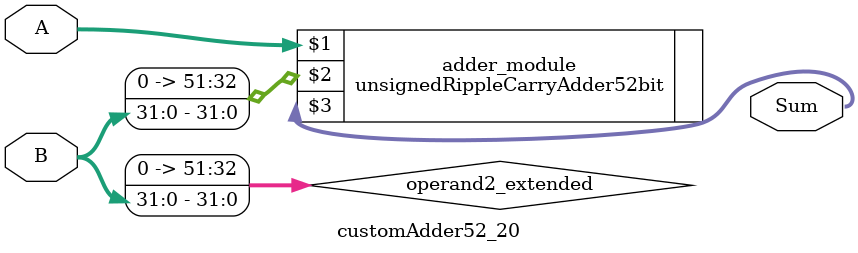
<source format=v>
module customAdder52_20(
                        input [51 : 0] A,
                        input [31 : 0] B,
                        
                        output [52 : 0] Sum
                );

        wire [51 : 0] operand2_extended;
        
        assign operand2_extended =  {20'b0, B};
        
        unsignedRippleCarryAdder52bit adder_module(
            A,
            operand2_extended,
            Sum
        );
        
        endmodule
        
</source>
